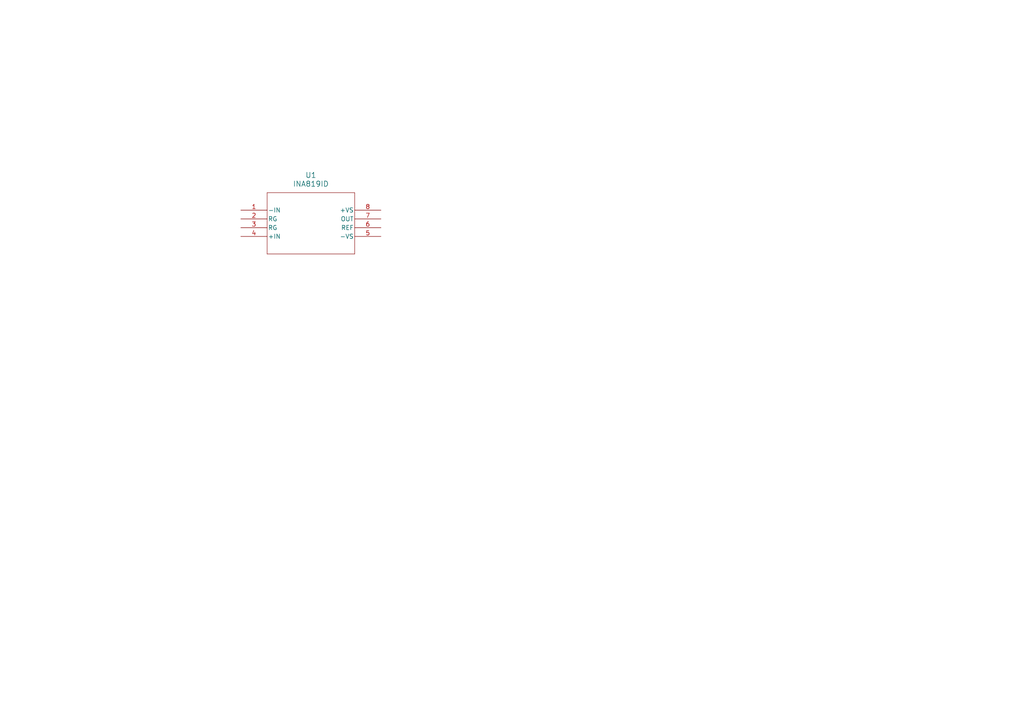
<source format=kicad_sch>
(kicad_sch (version 20230121) (generator eeschema)
  (paper "A4")
  (lib_symbols
    (symbol "EEG_Part_Library:INA819ID" (pin_names (offset 0.254))
      (property "Reference" "U" (at 20.32 10.16 0))
      (property "Value" "INA819ID" (at 20.32 7.62 0))
      (symbol "INA819ID_0_1"
        (polyline (pts (xy 7.62 -12.7) (xy 33.02 -12.7)) (stroke (width 0.127)))
        (polyline (pts (xy 7.62 5.08) (xy 7.62 -12.7)) (stroke (width 0.127)))
        (polyline (pts (xy 33.02 -12.7) (xy 33.02 5.08)) (stroke (width 0.127)))
        (polyline (pts (xy 33.02 5.08) (xy 7.62 5.08)) (stroke (width 0.127)))
        (pin input line (at 0 0 0) (length 7.62) (name "-IN") (number "1"))
        (pin unspecified line (at 0 -2.54 0) (length 7.62) (name "RG") (number "2"))
        (pin unspecified line (at 0 -5.08 0) (length 7.62) (name "RG") (number "3"))
        (pin input line (at 0 -7.62 0) (length 7.62) (name "+IN") (number "4"))
        (pin power_in line (at 40.64 -7.62 180) (length 7.62) (name "-VS") (number "5"))
        (pin input line (at 40.64 -5.08 180) (length 7.62) (name "REF") (number "6"))
        (pin output line (at 40.64 -2.54 180) (length 7.62) (name "OUT") (number "7"))
        (pin power_in line (at 40.64 0 180) (length 7.62) (name "+VS") (number "8"))
      )
    )
  )
  (symbol (lib_id "EEG_Part_Library:INA819ID") (at 69.85 60.96 0) (unit 1)
    (property "Reference" "U1" (at 90.17 50.8 0) (effects (font (size 1.524 1.524))))
    (property "Value" "INA819ID" (at 90.17 53.34 0) (effects (font (size 1.524 1.524))))
    (property "Footprint" "EEG Footprints:INA819ID" (effects hide))
    (property "Datasheet" "INA819ID" (effects hide))
  )
)
</source>
